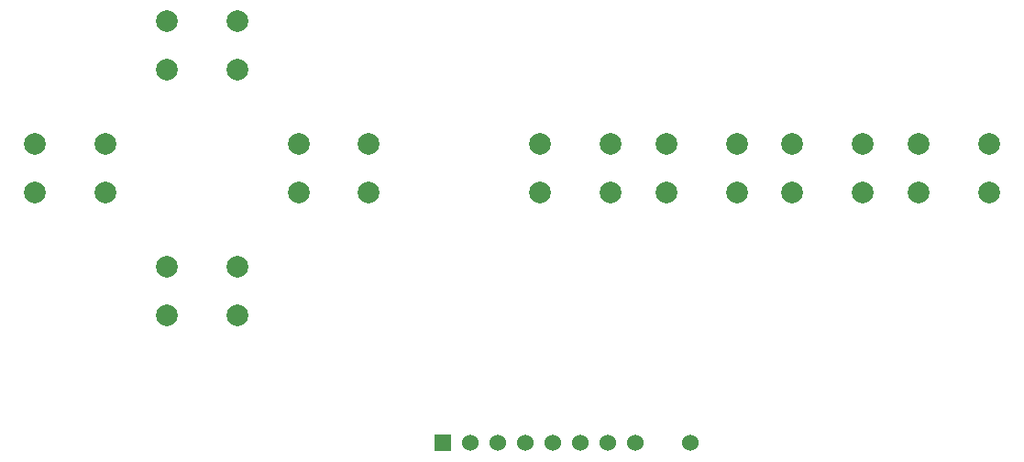
<source format=gbr>
G04 #@! TF.GenerationSoftware,KiCad,Pcbnew,5.1.4-3.fc30*
G04 #@! TF.CreationDate,2019-09-22T10:18:06+02:00*
G04 #@! TF.ProjectId,keyboard_lab1,6b657962-6f61-4726-945f-6c6162312e6b,1.0*
G04 #@! TF.SameCoordinates,Original*
G04 #@! TF.FileFunction,Copper,L1,Top*
G04 #@! TF.FilePolarity,Positive*
%FSLAX46Y46*%
G04 Gerber Fmt 4.6, Leading zero omitted, Abs format (unit mm)*
G04 Created by KiCad (PCBNEW 5.1.4-3.fc30) date 2019-09-22 10:18:06*
%MOMM*%
%LPD*%
G04 APERTURE LIST*
%ADD10C,1.524000*%
%ADD11R,1.524000X1.524000*%
%ADD12C,2.000000*%
G04 APERTURE END LIST*
D10*
X141242000Y-119393000D03*
X136162000Y-119393000D03*
X133622000Y-119393000D03*
X131082000Y-119393000D03*
X128542000Y-119393000D03*
X126002000Y-119393000D03*
X123462000Y-119393000D03*
X120922000Y-119393000D03*
D11*
X118382000Y-119393000D03*
D12*
X127323000Y-96314600D03*
X127323000Y-91814600D03*
X133823000Y-96314600D03*
X133823000Y-91814600D03*
X145479000Y-91814600D03*
X145479000Y-96314600D03*
X138979000Y-91814600D03*
X138979000Y-96314600D03*
X150636000Y-96314600D03*
X150636000Y-91814600D03*
X157136000Y-96314600D03*
X157136000Y-91814600D03*
X168793000Y-91814600D03*
X168793000Y-96314600D03*
X162293000Y-91814600D03*
X162293000Y-96314600D03*
X80701000Y-96314600D03*
X80701000Y-91814600D03*
X87201000Y-96314600D03*
X87201000Y-91814600D03*
X111526000Y-91814600D03*
X111526000Y-96314600D03*
X105026000Y-91814600D03*
X105026000Y-96314600D03*
X92864000Y-84972300D03*
X92864000Y-80472300D03*
X99364000Y-84972300D03*
X99364000Y-80472300D03*
X99364000Y-103157000D03*
X99364000Y-107657000D03*
X92864000Y-103157000D03*
X92864000Y-107657000D03*
M02*

</source>
